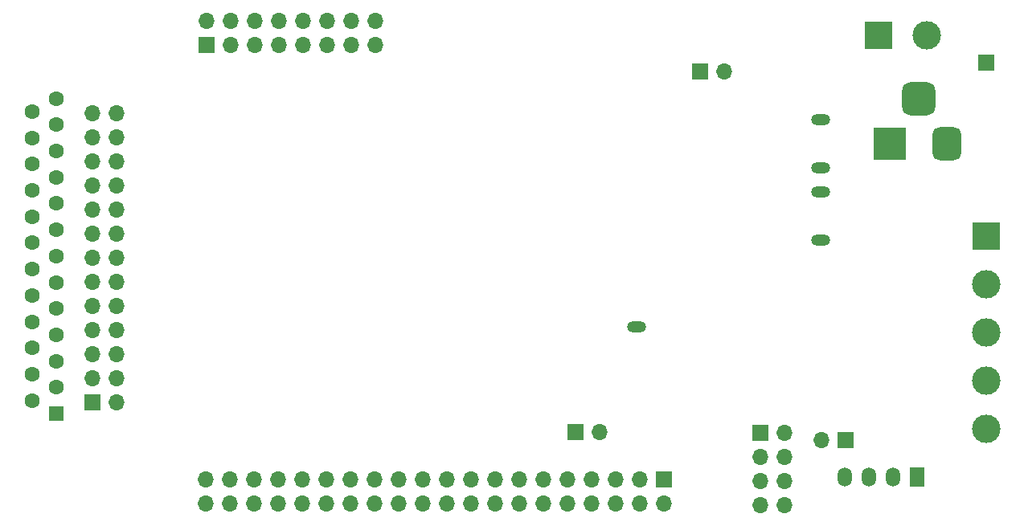
<source format=gbr>
G04 #@! TF.GenerationSoftware,KiCad,Pcbnew,(6.0.6-0)*
G04 #@! TF.CreationDate,2022-07-25T14:34:38+02:00*
G04 #@! TF.ProjectId,FluCom3 - SOIC,466c7543-6f6d-4332-902d-20534f49432e,3.0*
G04 #@! TF.SameCoordinates,Original*
G04 #@! TF.FileFunction,Soldermask,Bot*
G04 #@! TF.FilePolarity,Negative*
%FSLAX46Y46*%
G04 Gerber Fmt 4.6, Leading zero omitted, Abs format (unit mm)*
G04 Created by KiCad (PCBNEW (6.0.6-0)) date 2022-07-25 14:34:38*
%MOMM*%
%LPD*%
G01*
G04 APERTURE LIST*
G04 Aperture macros list*
%AMRoundRect*
0 Rectangle with rounded corners*
0 $1 Rounding radius*
0 $2 $3 $4 $5 $6 $7 $8 $9 X,Y pos of 4 corners*
0 Add a 4 corners polygon primitive as box body*
4,1,4,$2,$3,$4,$5,$6,$7,$8,$9,$2,$3,0*
0 Add four circle primitives for the rounded corners*
1,1,$1+$1,$2,$3*
1,1,$1+$1,$4,$5*
1,1,$1+$1,$6,$7*
1,1,$1+$1,$8,$9*
0 Add four rect primitives between the rounded corners*
20,1,$1+$1,$2,$3,$4,$5,0*
20,1,$1+$1,$4,$5,$6,$7,0*
20,1,$1+$1,$6,$7,$8,$9,0*
20,1,$1+$1,$8,$9,$2,$3,0*%
G04 Aperture macros list end*
%ADD10R,1.700000X1.700000*%
%ADD11O,1.700000X1.700000*%
%ADD12R,3.500000X3.500000*%
%ADD13RoundRect,0.750000X0.750000X1.000000X-0.750000X1.000000X-0.750000X-1.000000X0.750000X-1.000000X0*%
%ADD14RoundRect,0.875000X0.875000X0.875000X-0.875000X0.875000X-0.875000X-0.875000X0.875000X-0.875000X0*%
%ADD15R,3.000000X3.000000*%
%ADD16C,3.000000*%
%ADD17R,1.500000X2.000000*%
%ADD18O,1.500000X2.000000*%
%ADD19R,1.600000X1.600000*%
%ADD20C,1.600000*%
%ADD21O,2.000000X1.200000*%
G04 APERTURE END LIST*
D10*
X133000000Y-135500000D03*
D11*
X133000000Y-138040000D03*
X130460000Y-135500000D03*
X130460000Y-138040000D03*
X127920000Y-135500000D03*
X127920000Y-138040000D03*
X125380000Y-135500000D03*
X125380000Y-138040000D03*
X122840000Y-135500000D03*
X122840000Y-138040000D03*
X120300000Y-135500000D03*
X120300000Y-138040000D03*
X117760000Y-135500000D03*
X117760000Y-138040000D03*
X115220000Y-135500000D03*
X115220000Y-138040000D03*
X112680000Y-135500000D03*
X112680000Y-138040000D03*
X110140000Y-135500000D03*
X110140000Y-138040000D03*
X107600000Y-135500000D03*
X107600000Y-138040000D03*
X105060000Y-135500000D03*
X105060000Y-138040000D03*
X102520000Y-135500000D03*
X102520000Y-138040000D03*
X99980000Y-135500000D03*
X99980000Y-138040000D03*
X97440000Y-135500000D03*
X97440000Y-138040000D03*
X94900000Y-135500000D03*
X94900000Y-138040000D03*
X92360000Y-135500000D03*
X92360000Y-138040000D03*
X89820000Y-135500000D03*
X89820000Y-138040000D03*
X87280000Y-135500000D03*
X87280000Y-138040000D03*
X84740000Y-135500000D03*
X84740000Y-138040000D03*
D10*
X72785000Y-127325000D03*
D11*
X72785000Y-124785000D03*
X72785000Y-122245000D03*
X72785000Y-119705000D03*
X72785000Y-117165000D03*
X72785000Y-114625000D03*
X72785000Y-112085000D03*
X72785000Y-109545000D03*
X72785000Y-107005000D03*
X72785000Y-104465000D03*
X72785000Y-101925000D03*
X72785000Y-99385000D03*
X72785000Y-96845000D03*
X75325000Y-127325000D03*
X75325000Y-124785000D03*
X75325000Y-122245000D03*
X75325000Y-119705000D03*
X75325000Y-117165000D03*
X75325000Y-114625000D03*
X75325000Y-112085000D03*
X75325000Y-109545000D03*
X75325000Y-107005000D03*
X75325000Y-104465000D03*
X75325000Y-101925000D03*
X75325000Y-99385000D03*
X75325000Y-96845000D03*
D12*
X156814000Y-100050000D03*
D13*
X162814000Y-100050000D03*
D14*
X159814000Y-95350000D03*
D15*
X166900000Y-109825000D03*
D16*
X166900000Y-114905000D03*
X166900000Y-119985000D03*
X166900000Y-125065000D03*
X166900000Y-130145000D03*
D15*
X155560000Y-88700000D03*
D16*
X160640000Y-88700000D03*
D10*
X152146000Y-131300000D03*
D11*
X149606000Y-131300000D03*
D10*
X166925000Y-91525000D03*
D17*
X159650000Y-135225000D03*
D18*
X157110000Y-135225000D03*
X154570000Y-135225000D03*
X152030000Y-135225000D03*
D19*
X68961000Y-128550000D03*
D20*
X68961000Y-125780000D03*
X68961000Y-123010000D03*
X68961000Y-120240000D03*
X68961000Y-117470000D03*
X68961000Y-114700000D03*
X68961000Y-111930000D03*
X68961000Y-109160000D03*
X68961000Y-106390000D03*
X68961000Y-103620000D03*
X68961000Y-100850000D03*
X68961000Y-98080000D03*
X68961000Y-95310000D03*
X66421000Y-127165000D03*
X66421000Y-124395000D03*
X66421000Y-121625000D03*
X66421000Y-118855000D03*
X66421000Y-116085000D03*
X66421000Y-113315000D03*
X66421000Y-110545000D03*
X66421000Y-107775000D03*
X66421000Y-105005000D03*
X66421000Y-102235000D03*
X66421000Y-99465000D03*
X66421000Y-96695000D03*
D10*
X123710000Y-130500000D03*
D11*
X126250000Y-130500000D03*
D10*
X143150000Y-130600000D03*
D11*
X145690000Y-130600000D03*
X143150000Y-133140000D03*
X145690000Y-133140000D03*
X143150000Y-135680000D03*
X145690000Y-135680000D03*
X143150000Y-138220000D03*
X145690000Y-138220000D03*
D10*
X84836000Y-89662000D03*
D11*
X84836000Y-87122000D03*
X87376000Y-89662000D03*
X87376000Y-87122000D03*
X89916000Y-89662000D03*
X89916000Y-87122000D03*
X92456000Y-89662000D03*
X92456000Y-87122000D03*
X94996000Y-89662000D03*
X94996000Y-87122000D03*
X97536000Y-89662000D03*
X97536000Y-87122000D03*
X100076000Y-89662000D03*
X100076000Y-87122000D03*
X102616000Y-89662000D03*
X102616000Y-87122000D03*
D21*
X149500000Y-97590000D03*
X149500000Y-102670000D03*
X149500000Y-105210000D03*
X149500000Y-110290000D03*
X130094000Y-119434000D03*
D10*
X136825000Y-92450000D03*
D11*
X139365000Y-92450000D03*
M02*

</source>
